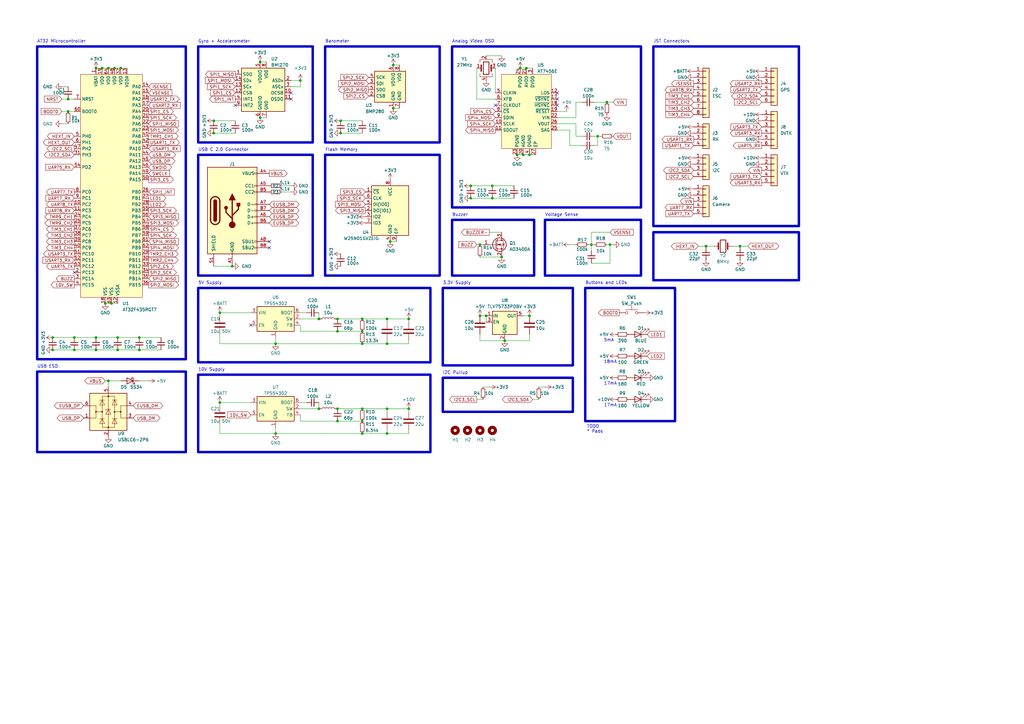
<source format=kicad_sch>
(kicad_sch (version 20230121) (generator eeschema)
  (paper "A3")
  (junction (at 45.72 124.46))
  (junction (at 130.81 167.64))
  (junction (at 48.26 138.43))
  (junction (at 90.17 165.1))
  (junction (at 242.57 100.33))
  (junction (at 39.37 143.51))
  (junction (at 27.94 45.72))
  (junction (at 30.48 138.43))
  (junction (at 43.18 124.46))
  (junction (at 148.59 140.97))
  (junction (at 148.59 130.81))
  (junction (at 161.29 44.45))
  (junction (at 44.45 27.94))
  (junction (at 158.75 130.81))
  (junction (at 201.93 81.28))
  (junction (at 113.03 177.8))
  (junction (at 161.29 26.67))
  (junction (at 87.63 49.53))
  (junction (at 44.45 156.21))
  (junction (at 138.43 135.89))
  (junction (at 167.64 130.81))
  (junction (at 90.17 128.27))
  (junction (at 303.53 100.965))
  (junction (at 158.75 167.64))
  (junction (at 138.43 130.81))
  (junction (at 21.59 143.51))
  (junction (at 250.19 100.33))
  (junction (at 39.37 138.43))
  (junction (at 196.85 100.33))
  (junction (at 217.17 63.5))
  (junction (at 46.99 27.94))
  (junction (at 289.56 100.965))
  (junction (at 215.9 27.94))
  (junction (at 148.59 172.72))
  (junction (at 48.26 143.51))
  (junction (at 193.04 81.28))
  (junction (at 106.68 48.26))
  (junction (at 30.48 143.51))
  (junction (at 217.17 129.54))
  (junction (at 27.94 40.64))
  (junction (at 123.19 33.02))
  (junction (at 213.36 27.94))
  (junction (at 248.92 41.91))
  (junction (at 148.59 177.8))
  (junction (at 158.75 177.8))
  (junction (at 138.43 172.72))
  (junction (at 139.7 54.61))
  (junction (at 193.04 76.2))
  (junction (at 245.11 55.88))
  (junction (at 106.68 25.4))
  (junction (at 148.59 167.64))
  (junction (at 214.63 63.5))
  (junction (at 167.64 167.64))
  (junction (at 160.02 99.06))
  (junction (at 196.85 129.54))
  (junction (at 39.37 27.94))
  (junction (at 139.7 49.53))
  (junction (at 212.09 63.5))
  (junction (at 57.15 143.51))
  (junction (at 199.39 129.54))
  (junction (at 57.15 138.43))
  (junction (at 148.59 135.89))
  (junction (at 207.01 139.7))
  (junction (at 201.93 76.2))
  (junction (at 87.63 54.61))
  (junction (at 113.03 140.97))
  (junction (at 49.53 27.94))
  (junction (at 21.59 138.43))
  (junction (at 95.25 109.22))
  (junction (at 158.75 140.97))
  (junction (at 41.91 27.94))
  (junction (at 205.74 105.41))
  (junction (at 130.81 130.81))
  (junction (at 138.43 167.64))
  (no_connect (at 110.49 101.6))
  (no_connect (at 110.49 99.06))
  (no_connect (at 30.48 111.76))
  (no_connect (at 96.52 43.18))
  (no_connect (at 102.87 133.35))
  (no_connect (at 119.38 40.64))
  (no_connect (at 228.6 40.64))
  (no_connect (at 228.6 38.1))
  (no_connect (at 228.6 43.18))
  (no_connect (at 203.2 43.18))
  (no_connect (at 119.38 38.1))
  (wire (pts (xy 123.19 167.64) (xy 130.81 167.64)))
  (wire (pts (xy 214.63 129.54) (xy 217.17 129.54)))
  (wire (pts (xy 196.85 139.7) (xy 196.85 137.16)))
  (wire (pts (xy 113.03 175.26) (xy 113.03 177.8)))
  (wire (pts (xy 27.94 45.72) (xy 30.48 45.72)))
  (wire (pts (xy 243.84 41.91) (xy 248.92 41.91)))
  (wire (pts (xy 215.9 27.94) (xy 218.44 27.94)))
  (wire (pts (xy 119.38 35.56) (xy 123.19 35.56)))
  (wire (pts (xy 106.68 25.4) (xy 109.22 25.4)))
  (wire (pts (xy 233.68 100.33) (xy 236.22 100.33)))
  (wire (pts (xy 158.75 130.81) (xy 167.64 130.81)))
  (wire (pts (xy 90.17 140.97) (xy 113.03 140.97)))
  (wire (pts (xy 233.68 59.69) (xy 238.76 59.69)))
  (wire (pts (xy 87.63 109.22) (xy 95.25 109.22)))
  (wire (pts (xy 242.57 95.25) (xy 250.19 95.25)))
  (wire (pts (xy 46.99 27.94) (xy 49.53 27.94)))
  (wire (pts (xy 212.09 63.5) (xy 214.63 63.5)))
  (wire (pts (xy 57.15 143.51) (xy 66.04 143.51)))
  (wire (pts (xy 243.84 55.88) (xy 245.11 55.88)))
  (wire (pts (xy 196.85 100.33) (xy 198.12 100.33)))
  (wire (pts (xy 87.63 54.61) (xy 96.52 54.61)))
  (wire (pts (xy 119.38 33.02) (xy 123.19 33.02)))
  (wire (pts (xy 245.11 59.69) (xy 243.84 59.69)))
  (wire (pts (xy 195.58 163.83) (xy 198.12 163.83)))
  (wire (pts (xy 228.6 45.72) (xy 232.41 45.72)))
  (wire (pts (xy 90.17 173.99) (xy 90.17 177.8)))
  (wire (pts (xy 106.68 48.26) (xy 109.22 48.26)))
  (wire (pts (xy 138.43 172.72) (xy 148.59 172.72)))
  (wire (pts (xy 148.59 130.81) (xy 158.75 130.81)))
  (wire (pts (xy 199.39 22.86) (xy 205.74 22.86)))
  (wire (pts (xy 242.57 100.33) (xy 242.57 95.25)))
  (wire (pts (xy 207.01 139.7) (xy 196.85 139.7)))
  (wire (pts (xy 57.15 156.21) (xy 60.96 156.21)))
  (wire (pts (xy 115.57 78.74) (xy 119.38 78.74)))
  (wire (pts (xy 233.68 53.34) (xy 233.68 59.69)))
  (wire (pts (xy 193.04 81.28) (xy 201.93 81.28)))
  (wire (pts (xy 43.18 156.21) (xy 44.45 156.21)))
  (wire (pts (xy 236.22 41.91) (xy 238.76 41.91)))
  (wire (pts (xy 45.72 124.46) (xy 48.26 124.46)))
  (wire (pts (xy 207.01 139.7) (xy 217.17 139.7)))
  (wire (pts (xy 90.17 165.1) (xy 90.17 166.37)))
  (wire (pts (xy 236.22 50.8) (xy 236.22 55.88)))
  (wire (pts (xy 130.81 128.27) (xy 130.81 130.81)))
  (wire (pts (xy 303.53 100.965) (xy 306.705 100.965)))
  (wire (pts (xy 21.59 138.43) (xy 30.48 138.43)))
  (wire (pts (xy 158.75 176.53) (xy 158.75 177.8)))
  (wire (pts (xy 87.63 49.53) (xy 96.52 49.53)))
  (wire (pts (xy 123.19 128.27) (xy 125.73 128.27)))
  (wire (pts (xy 220.98 158.75) (xy 223.52 158.75)))
  (wire (pts (xy 44.45 156.21) (xy 44.45 158.75)))
  (wire (pts (xy 49.53 27.94) (xy 52.07 27.94)))
  (wire (pts (xy 90.17 128.27) (xy 90.17 129.54)))
  (wire (pts (xy 113.03 140.97) (xy 148.59 140.97)))
  (wire (pts (xy 158.75 140.97) (xy 148.59 140.97)))
  (wire (pts (xy 25.4 50.8) (xy 27.94 50.8)))
  (wire (pts (xy 123.19 135.89) (xy 138.43 135.89)))
  (wire (pts (xy 203.2 27.94) (xy 203.2 38.1)))
  (wire (pts (xy 158.75 167.64) (xy 167.64 167.64)))
  (wire (pts (xy 248.92 100.33) (xy 250.19 100.33)))
  (wire (pts (xy 115.57 76.2) (xy 119.38 76.2)))
  (wire (pts (xy 160.02 99.06) (xy 162.56 99.06)))
  (wire (pts (xy 242.57 100.33) (xy 243.84 100.33)))
  (wire (pts (xy 57.15 138.43) (xy 66.04 138.43)))
  (wire (pts (xy 161.29 44.45) (xy 163.83 44.45)))
  (wire (pts (xy 123.19 35.56) (xy 123.19 33.02)))
  (wire (pts (xy 44.45 27.94) (xy 46.99 27.94)))
  (wire (pts (xy 43.18 124.46) (xy 45.72 124.46)))
  (wire (pts (xy 250.19 100.33) (xy 251.46 100.33)))
  (wire (pts (xy 213.36 27.94) (xy 215.9 27.94)))
  (wire (pts (xy 30.48 143.51) (xy 39.37 143.51)))
  (wire (pts (xy 201.93 76.2) (xy 210.82 76.2)))
  (wire (pts (xy 245.11 55.88) (xy 246.38 55.88)))
  (wire (pts (xy 228.6 48.26) (xy 236.22 48.26)))
  (wire (pts (xy 196.85 105.41) (xy 205.74 105.41)))
  (wire (pts (xy 158.75 140.97) (xy 167.64 140.97)))
  (wire (pts (xy 167.64 130.81) (xy 167.64 132.08)))
  (wire (pts (xy 48.26 138.43) (xy 57.15 138.43)))
  (wire (pts (xy 21.59 143.51) (xy 30.48 143.51)))
  (wire (pts (xy 300.355 100.965) (xy 303.53 100.965)))
  (wire (pts (xy 113.03 138.43) (xy 113.03 140.97)))
  (wire (pts (xy 48.26 143.51) (xy 57.15 143.51)))
  (wire (pts (xy 41.91 27.94) (xy 44.45 27.94)))
  (wire (pts (xy 39.37 27.94) (xy 41.91 27.94)))
  (wire (pts (xy 123.19 172.72) (xy 138.43 172.72)))
  (wire (pts (xy 161.29 26.67) (xy 163.83 26.67)))
  (wire (pts (xy 303.53 100.965) (xy 303.53 101.6)))
  (wire (pts (xy 158.75 139.7) (xy 158.75 140.97)))
  (wire (pts (xy 218.44 163.83) (xy 220.98 163.83)))
  (wire (pts (xy 158.75 167.64) (xy 158.75 168.91)))
  (wire (pts (xy 138.43 130.81) (xy 148.59 130.81)))
  (wire (pts (xy 25.4 45.72) (xy 27.94 45.72)))
  (wire (pts (xy 138.43 135.89) (xy 148.59 135.89)))
  (wire (pts (xy 90.17 137.16) (xy 90.17 140.97)))
  (wire (pts (xy 236.22 48.26) (xy 236.22 41.91)))
  (wire (pts (xy 167.64 177.8) (xy 167.64 176.53)))
  (wire (pts (xy 286.385 100.965) (xy 289.56 100.965)))
  (wire (pts (xy 195.58 27.94) (xy 195.58 40.64)))
  (wire (pts (xy 90.17 165.1) (xy 102.87 165.1)))
  (wire (pts (xy 228.6 50.8) (xy 236.22 50.8)))
  (wire (pts (xy 138.43 167.64) (xy 148.59 167.64)))
  (wire (pts (xy 113.03 177.8) (xy 148.59 177.8)))
  (wire (pts (xy 193.04 76.2) (xy 201.93 76.2)))
  (wire (pts (xy 214.63 63.5) (xy 217.17 63.5)))
  (wire (pts (xy 123.19 172.72) (xy 123.19 170.18)))
  (wire (pts (xy 123.19 165.1) (xy 125.73 165.1)))
  (wire (pts (xy 242.57 107.95) (xy 250.19 107.95)))
  (wire (pts (xy 199.39 129.54) (xy 199.39 132.08)))
  (wire (pts (xy 236.22 55.88) (xy 238.76 55.88)))
  (wire (pts (xy 25.4 40.64) (xy 27.94 40.64)))
  (wire (pts (xy 245.11 55.88) (xy 245.11 59.69)))
  (wire (pts (xy 196.85 129.54) (xy 199.39 129.54)))
  (wire (pts (xy 39.37 143.51) (xy 48.26 143.51)))
  (wire (pts (xy 30.48 138.43) (xy 39.37 138.43)))
  (wire (pts (xy 241.3 100.33) (xy 242.57 100.33)))
  (wire (pts (xy 200.66 95.25) (xy 205.74 95.25)))
  (wire (pts (xy 123.19 135.89) (xy 123.19 133.35)))
  (wire (pts (xy 158.75 177.8) (xy 167.64 177.8)))
  (wire (pts (xy 27.94 40.64) (xy 30.48 40.64)))
  (wire (pts (xy 39.37 138.43) (xy 48.26 138.43)))
  (wire (pts (xy 139.7 54.61) (xy 148.59 54.61)))
  (wire (pts (xy 123.19 130.81) (xy 130.81 130.81)))
  (wire (pts (xy 198.12 158.75) (xy 200.66 158.75)))
  (wire (pts (xy 195.58 100.33) (xy 196.85 100.33)))
  (wire (pts (xy 148.59 167.64) (xy 158.75 167.64)))
  (wire (pts (xy 167.64 140.97) (xy 167.64 139.7)))
  (wire (pts (xy 167.64 167.64) (xy 167.64 168.91)))
  (wire (pts (xy 289.56 100.965) (xy 292.735 100.965)))
  (wire (pts (xy 44.45 156.21) (xy 49.53 156.21)))
  (wire (pts (xy 158.75 177.8) (xy 148.59 177.8)))
  (wire (pts (xy 139.7 49.53) (xy 148.59 49.53)))
  (wire (pts (xy 228.6 53.34) (xy 233.68 53.34)))
  (wire (pts (xy 130.81 165.1) (xy 130.81 167.64)))
  (wire (pts (xy 289.56 100.965) (xy 289.56 101.6)))
  (wire (pts (xy 217.17 63.5) (xy 219.71 63.5)))
  (wire (pts (xy 242.57 100.33) (xy 242.57 102.87)))
  (wire (pts (xy 90.17 177.8) (xy 113.03 177.8)))
  (wire (pts (xy 203.2 40.64) (xy 195.58 40.64)))
  (wire (pts (xy 158.75 130.81) (xy 158.75 132.08)))
  (wire (pts (xy 248.92 41.91) (xy 251.46 41.91)))
  (wire (pts (xy 25.4 35.56) (xy 27.94 35.56)))
  (wire (pts (xy 250.19 107.95) (xy 250.19 100.33)))
  (wire (pts (xy 217.17 139.7) (xy 217.17 137.16)))
  (wire (pts (xy 90.17 128.27) (xy 102.87 128.27)))
  (wire (pts (xy 201.93 81.28) (xy 210.82 81.28)))
  (rectangle (start 81.28 63.5) (end 128.27 113.03) (stroke (width 1)))
  (rectangle (start 181.61 154.94) (end 234.95 168.91) (stroke (width 1)))
  (rectangle (start 181.61 118.11) (end 234.95 149.86) (stroke (width 1)))
  (rectangle (start 267.97 19.05) (end 327.66 92.71) (stroke (width 1)))
  (rectangle (start 133.35 19.05) (end 180.34 58.42) (stroke (width 1)))
  (rectangle (start 267.97 95.25) (end 327.66 114.935) (stroke (width 1)))
  (rectangle (start 240.03 118.11) (end 276.86 172.72) (stroke (width 1)))
  (rectangle (start 15.24 19.05) (end 76.2 147.32) (stroke (width 1)))
  (rectangle (start 185.42 19.05) (end 262.89 85.09) (stroke (width 1)))
  (rectangle (start 133.35 63.5) (end 180.34 113.03) (stroke (width 1)))
  (rectangle (start 185.42 90.17) (end 219.075 113.03) (stroke (width 1)))
  (rectangle (start 81.28 118.11) (end 176.53 148.59) (stroke (width 1)))
  (rectangle (start 15.24 152.4) (end 76.2 185.42) (stroke (width 1)))
  (rectangle (start 223.52 90.17) (end 262.89 113.03) (stroke (width 1)))
  (rectangle (start 81.28 153.67) (end 176.53 185.42) (stroke (width 1)))
  (rectangle (start 81.28 19.05) (end 128.27 58.42) (stroke (width 1)))
  (text "Voltage Sense" (at 223.52 88.9 0) (effects (font (size 1.27 1.27)) (justify left bottom)))
  (text "17mA" (at 247.65 158.115 0) (effects (font (size 1.27 1.27)) (justify left bottom)))
  (text "JST Connectors" (at 267.97 17.78 0) (effects (font (size 1.27 1.27)) (justify left bottom)))
  (text "Buzzer" (at 185.42 88.9 0) (effects (font (size 1.27 1.27)) (justify left bottom)))
  (text "Gyro + Accelerometer" (at 81.28 17.78 0) (effects (font (size 1.27 1.27)) (justify left bottom)))
  (text "17mA" (at 247.65 167.005 0) (effects (font (size 1.27 1.27)) (justify left bottom)))
  (text "I2C Pullup" (at 181.61 153.67 0) (effects (font (size 1.27 1.27)) (justify left bottom)))
  (text "10V Supply" (at 81.28 152.4 0) (effects (font (size 1.27 1.27)) (justify left bottom)))
  (text "5V Supply" (at 81.28 116.84 0) (effects (font (size 1.27 1.27)) (justify left bottom)))
  (text "18mA" (at 247.65 149.225 0) (effects (font (size 1.27 1.27)) (justify left bottom)))
  (text "Analog Video OSD" (at 185.42 17.78 0) (effects (font (size 1.27 1.27)) (justify left bottom)))
  (text "AT32 Microcontroller" (at 15.24 17.78 0) (effects (font (size 1.27 1.27)) (justify left bottom)))
  (text "Barometer" (at 133.35 17.78 0) (effects (font (size 1.27 1.27)) (justify left bottom)))
  (text "3.3V Supply" (at 181.61 116.84 0) (effects (font (size 1.27 1.27)) (justify left bottom)))
  (text "5mA" (at 247.65 140.335 0) (effects (font (size 1.27 1.27)) (justify left bottom)))
  (text "USB ESD" (at 15.24 151.13 0) (effects (font (size 1.27 1.27)) (justify left bottom)))
  (text "Flash Memory" (at 133.35 62.23 0) (effects (font (size 1.27 1.27)) (justify left bottom)))
  (text "TODO\n* Pads" (at 240.665 177.8 0) (effects (font (size 1.27 1.27)) (justify left bottom)))
  (text "USB C 2.0 Connector" (at 81.28 62.23 0) (effects (font (size 1.27 1.27)) (justify left bottom)))
  (text "Buttons and LEDs" (at 240.03 116.84 0) (effects (font (size 1.27 1.27)) (justify left bottom)))
  (global_label "SPI1_CS" (shape input) (at 96.52 38.1 180) (property "Intersheetrefs" "${INTERSHEET_REFS}" (effects hide)))
  (global_label "SPI4_SCK" (shape input) (at 203.2 50.8 180) (property "Intersheetrefs" "${INTERSHEET_REFS}" (effects hide)))
  (global_label "SPI1_SCK" (shape output) (at 60.96 48.26 0) (property "Intersheetrefs" "${INTERSHEET_REFS}" (effects hide)))
  (global_label "SPI1_CS" (shape output) (at 60.96 45.72 0) (property "Intersheetrefs" "${INTERSHEET_REFS}" (effects hide)))
  (global_label "BOOT0" (shape output) (at 254 128.27 180) (property "Intersheetrefs" "${INTERSHEET_REFS}" (effects hide)))
  (global_label "UART7_TX" (shape input) (at 284.48 87.63 180) (property "Intersheetrefs" "${INTERSHEET_REFS}" (effects hide)))
  (global_label "SPI4_CS" (shape input) (at 203.2 45.72 180) (property "Intersheetrefs" "${INTERSHEET_REFS}" (effects hide)))
  (global_label "VIN" (shape output) (at 284.48 82.55 180) (property "Intersheetrefs" "${INTERSHEET_REFS}" (effects hide)))
  (global_label "SPI1_INT" (shape input) (at 60.96 78.74 0) (property "Intersheetrefs" "${INTERSHEET_REFS}" (effects hide)))
  (global_label "USART1_TX" (shape output) (at 60.96 58.42 0) (property "Intersheetrefs" "${INTERSHEET_REFS}" (effects hide)))
  (global_label "SPI4_MISO" (shape input) (at 60.96 99.06 0) (property "Intersheetrefs" "${INTERSHEET_REFS}" (effects hide)))
  (global_label "TIM3_CH2" (shape input) (at 284.48 41.91 180) (property "Intersheetrefs" "${INTERSHEET_REFS}" (effects hide)))
  (global_label "UART7_TX" (shape output) (at 30.48 78.74 180) (property "Intersheetrefs" "${INTERSHEET_REFS}" (effects hide)))
  (global_label "UART7_RX" (shape output) (at 284.48 85.09 180) (property "Intersheetrefs" "${INTERSHEET_REFS}" (effects hide)))
  (global_label "USART3_RX" (shape input) (at 30.48 106.68 180) (property "Intersheetrefs" "${INTERSHEET_REFS}" (effects hide)))
  (global_label "TMR9_CH1" (shape output) (at 30.48 88.9 180) (property "Intersheetrefs" "${INTERSHEET_REFS}" (effects hide)))
  (global_label "SPI1_INT" (shape output) (at 96.52 40.64 180) (property "Intersheetrefs" "${INTERSHEET_REFS}" (effects hide)))
  (global_label "SPI2_MOSI" (shape output) (at 60.96 116.84 0) (property "Intersheetrefs" "${INTERSHEET_REFS}" (effects hide)))
  (global_label "TIM3_CH3" (shape output) (at 30.48 99.06 180) (property "Intersheetrefs" "${INTERSHEET_REFS}" (effects hide)))
  (global_label "SPI3_MISO" (shape output) (at 149.86 86.36 180) (property "Intersheetrefs" "${INTERSHEET_REFS}" (effects hide)))
  (global_label "I2C2_SCL" (shape input) (at 284.48 72.39 180) (property "Intersheetrefs" "${INTERSHEET_REFS}" (effects hide)))
  (global_label "SPI4_MISO" (shape output) (at 203.2 53.34 180) (property "Intersheetrefs" "${INTERSHEET_REFS}" (effects hide)))
  (global_label "USART2_TX" (shape input) (at 312.42 36.83 180) (property "Intersheetrefs" "${INTERSHEET_REFS}" (effects hide)))
  (global_label "SPI1_SCK" (shape input) (at 96.52 35.56 180) (property "Intersheetrefs" "${INTERSHEET_REFS}" (effects hide)))
  (global_label "UART5_RX" (shape output) (at 312.42 59.69 180) (property "Intersheetrefs" "${INTERSHEET_REFS}" (effects hide)))
  (global_label "TMR2_CH4" (shape output) (at 60.96 106.68 0) (property "Intersheetrefs" "${INTERSHEET_REFS}" (effects hide)))
  (global_label "SPI2_CS" (shape input) (at 151.13 39.37 180) (property "Intersheetrefs" "${INTERSHEET_REFS}" (effects hide)))
  (global_label "USB_DM" (shape bidirectional) (at 54.61 171.45 0) (property "Intersheetrefs" "${INTERSHEET_REFS}" (effects hide)))
  (global_label "SPI2_SCK" (shape input) (at 151.13 31.75 180) (property "Intersheetrefs" "${INTERSHEET_REFS}" (effects hide)))
  (global_label "HEXT_OUT" (shape bidirectional) (at 306.705 100.965 0) (property "Intersheetrefs" "${INTERSHEET_REFS}" (effects hide)))
  (global_label "LED2" (shape output) (at 60.96 83.82 0) (property "Intersheetrefs" "${INTERSHEET_REFS}" (effects hide)))
  (global_label "SPI1_MOSI" (shape output) (at 60.96 53.34 0) (property "Intersheetrefs" "${INTERSHEET_REFS}" (effects hide)))
  (global_label "SWDIO" (shape bidirectional) (at 60.96 68.58 0) (property "Intersheetrefs" "${INTERSHEET_REFS}" (effects hide)))
  (global_label "BUZZER-" (shape output) (at 200.66 95.25 180) (property "Intersheetrefs" "${INTERSHEET_REFS}" (effects hide)))
  (global_label "SWCLK" (shape input) (at 60.96 71.12 0) (property "Intersheetrefs" "${INTERSHEET_REFS}" (effects hide)))
  (global_label "SPI3_CS" (shape input) (at 149.86 78.74 180) (property "Intersheetrefs" "${INTERSHEET_REFS}" (effects hide)))
  (global_label "USART3_RX" (shape output) (at 312.42 54.61 180) (property "Intersheetrefs" "${INTERSHEET_REFS}" (effects hide)))
  (global_label "I2C2_SCL" (shape output) (at 30.48 60.96 180) (property "Intersheetrefs" "${INTERSHEET_REFS}" (effects hide)))
  (global_label "SPI3_MOSI" (shape output) (at 60.96 91.44 0) (property "Intersheetrefs" "${INTERSHEET_REFS}" (effects hide)))
  (global_label "SPI3_SCK" (shape output) (at 60.96 86.36 0) (property "Intersheetrefs" "${INTERSHEET_REFS}" (effects hide)))
  (global_label "HEXT_OUT" (shape bidirectional) (at 30.48 58.42 180) (property "Intersheetrefs" "${INTERSHEET_REFS}" (effects hide)))
  (global_label "VOUT" (shape input) (at 251.46 55.88 0) (property "Intersheetrefs" "${INTERSHEET_REFS}" (effects hide)))
  (global_label "HEXT_IN" (shape bidirectional) (at 286.385 100.965 180) (property "Intersheetrefs" "${INTERSHEET_REFS}" (effects hide)))
  (global_label "USART3_TX" (shape input) (at 312.42 52.07 180) (property "Intersheetrefs" "${INTERSHEET_REFS}" (effects hide)))
  (global_label "SPI4_MOSI" (shape output) (at 60.96 101.6 0) (property "Intersheetrefs" "${INTERSHEET_REFS}" (effects hide)))
  (global_label "VSENSE" (shape input) (at 250.19 95.25 0) (property "Intersheetrefs" "${INTERSHEET_REFS}" (effects hide)))
  (global_label "SPI2_SCK" (shape output) (at 60.96 111.76 0) (property "Intersheetrefs" "${INTERSHEET_REFS}" (effects hide)))
  (global_label "10V_SW" (shape input) (at 102.87 170.18 180) (property "Intersheetrefs" "${INTERSHEET_REFS}" (effects hide)))
  (global_label "TIM3_CH3" (shape input) (at 284.48 44.45 180) (property "Intersheetrefs" "${INTERSHEET_REFS}" (effects hide)))
  (global_label "LED2" (shape input) (at 265.43 146.05 0) (property "Intersheetrefs" "${INTERSHEET_REFS}" (effects hide)))
  (global_label "10V_SW" (shape output) (at 30.48 116.84 180) (property "Intersheetrefs" "${INTERSHEET_REFS}" (effects hide)))
  (global_label "USART1_RX" (shape input) (at 60.96 60.96 0) (property "Intersheetrefs" "${INTERSHEET_REFS}" (effects hide)))
  (global_label "USB_DM" (shape bidirectional) (at 60.96 63.5 0) (property "Intersheetrefs" "${INTERSHEET_REFS}" (effects hide)))
  (global_label "BUZZ" (shape input) (at 195.58 100.33 180) (property "Intersheetrefs" "${INTERSHEET_REFS}" (effects hide)))
  (global_label "SPI1_MISO" (shape output) (at 96.52 30.48 180) (property "Intersheetrefs" "${INTERSHEET_REFS}" (effects hide)))
  (global_label "USART1_RX" (shape output) (at 284.48 57.15 180) (property "Intersheetrefs" "${INTERSHEET_REFS}" (effects hide)))
  (global_label "TIM3_CH4" (shape output) (at 30.48 101.6 180) (property "Intersheetrefs" "${INTERSHEET_REFS}" (effects hide)))
  (global_label "USART2_TX" (shape output) (at 60.96 40.64 0) (property "Intersheetrefs" "${INTERSHEET_REFS}" (effects hide)))
  (global_label "SPI2_MOSI" (shape input) (at 151.13 34.29 180) (property "Intersheetrefs" "${INTERSHEET_REFS}" (effects hide)))
  (global_label "SPI3_MISO" (shape input) (at 60.96 88.9 0) (property "Intersheetrefs" "${INTERSHEET_REFS}" (effects hide)))
  (global_label "UART8_RX" (shape input) (at 30.48 86.36 180) (property "Intersheetrefs" "${INTERSHEET_REFS}" (effects hide)))
  (global_label "UART5_TX" (shape output) (at 30.48 109.22 180) (property "Intersheetrefs" "${INTERSHEET_REFS}" (effects hide)))
  (global_label "USART3_RX" (shape output) (at 312.42 74.93 180) (property "Intersheetrefs" "${INTERSHEET_REFS}" (effects hide)))
  (global_label "I2C3_SCL" (shape output) (at 195.58 163.83 180) (property "Intersheetrefs" "${INTERSHEET_REFS}" (effects hide)))
  (global_label "SPI2_MISO" (shape input) (at 60.96 114.3 0) (property "Intersheetrefs" "${INTERSHEET_REFS}" (effects hide)))
  (global_label "EUSB_DM" (shape bidirectional) (at 110.49 86.36 0) (property "Intersheetrefs" "${INTERSHEET_REFS}" (effects hide)))
  (global_label "USB_DP" (shape bidirectional) (at 34.29 171.45 180) (property "Intersheetrefs" "${INTERSHEET_REFS}" (effects hide)))
  (global_label "UART8_TX" (shape output) (at 30.48 83.82 180) (property "Intersheetrefs" "${INTERSHEET_REFS}" (effects hide)))
  (global_label "SPI3_CS" (shape output) (at 60.96 73.66 0) (property "Intersheetrefs" "${INTERSHEET_REFS}" (effects hide)))
  (global_label "TMR9_CH2" (shape output) (at 30.48 91.44 180) (property "Intersheetrefs" "${INTERSHEET_REFS}" (effects hide)))
  (global_label "VIN" (shape input) (at 251.46 41.91 0) (property "Intersheetrefs" "${INTERSHEET_REFS}" (effects hide)))
  (global_label "USART2_RX" (shape input) (at 60.96 43.18 0) (property "Intersheetrefs" "${INTERSHEET_REFS}" (effects hide)))
  (global_label "EUSB_DP" (shape bidirectional) (at 34.29 166.37 180) (property "Intersheetrefs" "${INTERSHEET_REFS}" (effects hide)))
  (global_label "EUSB_DM" (shape bidirectional) (at 54.61 166.37 0) (property "Intersheetrefs" "${INTERSHEET_REFS}" (effects hide)))
  (global_label "SPI2_CS" (shape output) (at 60.96 109.22 0) (property "Intersheetrefs" "${INTERSHEET_REFS}" (effects hide)))
  (global_label "USART3_TX" (shape input) (at 312.42 72.39 180) (property "Intersheetrefs" "${INTERSHEET_REFS}" (effects hide)))
  (global_label "BOOT0" (shape input) (at 25.4 45.72 180) (property "Intersheetrefs" "${INTERSHEET_REFS}" (effects hide)))
  (global_label "ISENSE" (shape input) (at 60.96 35.56 0) (property "Intersheetrefs" "${INTERSHEET_REFS}" (effects hide)))
  (global_label "VBUS" (shape output) (at 110.49 71.12 0) (property "Intersheetrefs" "${INTERSHEET_REFS}" (effects hide)))
  (global_label "SPI2_MISO" (shape output) (at 151.13 36.83 180) (property "Intersheetrefs" "${INTERSHEET_REFS}" (effects hide)))
  (global_label "SPI3_MOSI" (shape input) (at 149.86 83.82 180) (property "Intersheetrefs" "${INTERSHEET_REFS}" (effects hide)))
  (global_label "I2C2_SCL" (shape input) (at 312.42 41.91 180) (property "Intersheetrefs" "${INTERSHEET_REFS}" (effects hide)))
  (global_label "UART7_RX" (shape input) (at 30.48 81.28 180) (property "Intersheetrefs" "${INTERSHEET_REFS}" (effects hide)))
  (global_label "USB_DP" (shape bidirectional) (at 60.96 66.04 0) (property "Intersheetrefs" "${INTERSHEET_REFS}" (effects hide)))
  (global_label "USART1_TX" (shape input) (at 284.48 59.69 180) (property "Intersheetrefs" "${INTERSHEET_REFS}" (effects hide)))
  (global_label "TMR2_CH3" (shape output) (at 60.96 104.14 0) (property "Intersheetrefs" "${INTERSHEET_REFS}" (effects hide)))
  (global_label "USART2_RX" (shape output) (at 312.42 34.29 180) (property "Intersheetrefs" "${INTERSHEET_REFS}" (effects hide)))
  (global_label "I2C2_SDA" (shape bidirectional) (at 312.42 39.37 180) (property "Intersheetrefs" "${INTERSHEET_REFS}" (effects hide)))
  (global_label "SPI4_CS" (shape output) (at 60.96 93.98 0) (property "Intersheetrefs" "${INTERSHEET_REFS}" (effects hide)))
  (global_label "SPI4_MOSI" (shape input) (at 203.2 48.26 180) (property "Intersheetrefs" "${INTERSHEET_REFS}" (effects hide)))
  (global_label "TIM3_CH1" (shape input) (at 284.48 39.37 180) (property "Intersheetrefs" "${INTERSHEET_REFS}" (effects hide)))
  (global_label "I2C2_SDA" (shape bidirectional) (at 284.48 69.85 180) (property "Intersheetrefs" "${INTERSHEET_REFS}" (effects hide)))
  (global_label "ISENSE" (shape output) (at 284.48 34.29 180) (property "Intersheetrefs" "${INTERSHEET_REFS}" (effects hide)))
  (global_label "TIM3_CH4" (shape input) (at 284.48 46.99 180) (property "Intersheetrefs" "${INTERSHEET_REFS}" (effects hide)))
  (global_label "SPI1_MISO" (shape input) (at 60.96 50.8 0) (property "Intersheetrefs" "${INTERSHEET_REFS}" (effects hide)))
  (global_label "LED1" (shape input) (at 265.43 137.16 0) (property "Intersheetrefs" "${INTERSHEET_REFS}" (effects hide)))
  (global_label "SPI4_SCK" (shape output) (at 60.96 96.52 0) (property "Intersheetrefs" "${INTERSHEET_REFS}" (effects hide)))
  (global_label "LED1" (shape output) (at 60.96 81.28 0) (property "Intersheetrefs" "${INTERSHEET_REFS}" (effects hide)))
  (global_label "EUSB_DM" (shape bidirectional) (at 110.49 83.82 0) (property "Intersheetrefs" "${INTERSHEET_REFS}" (effects hide)))
  (global_label "USART3_TX" (shape output) (at 30.48 104.14 180) (property "Intersheetrefs" "${INTERSHEET_REFS}" (effects hide)))
  (global_label "TIM3_CH2" (shape output) (at 30.48 96.52 180) (property "Intersheetrefs" "${INTERSHEET_REFS}" (effects hide)))
  (global_label "VSENSE" (shape input) (at 60.96 38.1 0) (property "Intersheetrefs" "${INTERSHEET_REFS}" (effects hide)))
  (global_label "TMR1_CH1" (shape output) (at 60.96 55.88 0) (property "Intersheetrefs" "${INTERSHEET_REFS}" (effects hide)))
  (global_label "BUZZ" (shape output) (at 30.48 114.3 180) (property "Intersheetrefs" "${INTERSHEET_REFS}" (effects hide)))
  (global_label "SPI1_MOSI" (shape input) (at 96.52 33.02 180) (property "Intersheetrefs" "${INTERSHEET_REFS}" (effects hide)))
  (global_label "UART5_RX" (shape input) (at 30.48 68.58 180) (property "Intersheetrefs" "${INTERSHEET_REFS}" (effects hide)))
  (global_label "SPI3_SCK" (shape input) (at 149.86 81.28 180) (property "Intersheetrefs" "${INTERSHEET_REFS}" (effects hide)))
  (global_label "EUSB_DP" (shape bidirectional) (at 110.49 88.9 0) (property "Intersheetrefs" "${INTERSHEET_REFS}" (effects hide)))
  (global_label "VBUS" (shape bidirectional) (at 43.18 156.21 180) (property "Intersheetrefs" "${INTERSHEET_REFS}" (effects hide)))
  (global_label "VIN" (shape output) (at 312.42 69.85 180) (property "Intersheetrefs" "${INTERSHEET_REFS}" (effects hide)))
  (global_label "EUSB_DP" (shape bidirectional) (at 110.49 91.44 0) (property "Intersheetrefs" "${INTERSHEET_REFS}" (effects hide)))
  (global_label "NRST" (shape input) (at 25.4 40.64 180) (property "Intersheetrefs" "${INTERSHEET_REFS}" (effects hide)))
  (global_label "HEXT_IN" (shape bidirectional) (at 30.48 55.88 180) (property "Intersheetrefs" "${INTERSHEET_REFS}" (effects hide)))
  (global_label "TIM3_CH1" (shape output) (at 30.48 93.98 180) (property "Intersheetrefs" "${INTERSHEET_REFS}" (effects hide)))
  (global_label "I2C3_SDA" (shape bidirectional) (at 218.44 163.83 180) (property "Intersheetrefs" "${INTERSHEET_REFS}" (effects hide)))
  (global_label "UART8_RX" (shape output) (at 284.48 36.83 180) (property "Intersheetrefs" "${INTERSHEET_REFS}" (effects hide)))
  (global_label "I2C2_SDA" (shape bidirectional) (at 30.48 63.5 180) (property "Intersheetrefs" "${INTERSHEET_REFS}" (effects hide)))
  (symbol (lib_id "power:GND") (at 139.7 109.22 270) (unit 1)
    (property "Reference" "#PWR041" (effects hide))
    (property "Value" "GND" (at 135.89 109.22 0))
  )
  (symbol (lib_id "Device:C_Small") (at 201.93 78.74 0) (unit 1)
    (property "Reference" "C14" (at 204.47 78.1113 0) (effects (justify left)))
    (property "Value" "100n" (at 204.47 80.01 0) (effects (justify left)))
    (property "Footprint" "Capacitor_SMD:C_0402_1005Metric" (effects hide))
    (property "LCSC" "C1525" (effects hide))
  )
  (symbol (lib_id "Regulator_Linear:TLV75733PDBV") (at 207.01 132.08 0) (unit 1)
    (property "Reference" "U8" (at 207.01 123.19 0))
    (property "Value" "TLV75733PDBV" (at 207.01 125.73 0))
    (property "Footprint" "Package_TO_SOT_SMD:SOT-23-5" (effects hide))
    (property "Datasheet" "https://www.ti.com/lit/ds/symlink/tlv757p.pdf" (effects hide))
    (property "LCSC" "C485517" (effects hide))
  )
  (symbol (lib_id "power:+5V") (at 284.48 52.07 90) (unit 1)
    (property "Reference" "#PWR058" (effects hide))
    (property "Value" "+5V" (at 281.94 52.07 90) (effects (justify left)))
  )
  (symbol (lib_id "power:+5V") (at 167.64 130.81 0) (unit 1)
    (property "Reference" "#PWR027" (effects hide))
    (property "Value" "+5V" (at 167.64 127 0))
  )
  (symbol (lib_id "power:+3V3") (at 264.16 128.27 270) (unit 1)
    (property "Reference" "#PWR09" (effects hide))
    (property "Value" "+3V3" (at 266.7 128.27 90) (effects (justify left)))
  )
  (symbol (lib_id "power:GND") (at 87.63 54.61 270) (unit 1)
    (property "Reference" "#PWR037" (effects hide))
    (property "Value" "GND" (at 83.82 54.61 0))
  )
  (symbol (lib_id "Device:LED") (at 261.62 146.05 180) (unit 1)
    (property "Reference" "D2" (at 262.89 143.51 0))
    (property "Value" "GREEN" (at 262.89 148.59 0))
    (property "Footprint" "LED_SMD:LED_0603_1608Metric" (effects hide))
    (property "LCSC" "C72043" (effects hide))
  )
  (symbol (lib_id "power:+10V") (at 312.42 64.77 90) (unit 1)
    (property "Reference" "#PWR066" (effects hide))
    (property "Value" "+10V" (at 309.88 64.77 90) (effects (justify left)))
  )
  (symbol (lib_id "Device:R_Small") (at 248.92 55.88 90) (unit 1)
    (property "Reference" "R16" (at 251.46 58.42 90) (effects (justify left)))
    (property "Value" "75" (at 250.19 60.96 90) (effects (justify left)))
    (property "Footprint" "Resistor_SMD:R_0402_1005Metric" (effects hide))
    (property "LCSC" "C25133" (effects hide))
  )
  (symbol (lib_id "Power_Protection:USBLC6-2P6") (at 44.45 168.91 0) (unit 1)
    (property "Reference" "U9" (at 48.26 177.8 0) (effects (justify left)))
    (property "Value" "USBLC6-2P6" (at 48.26 180.34 0) (effects (justify left)))
    (property "Footprint" "Package_TO_SOT_SMD:SOT-666" (effects hide))
    (property "Datasheet" "https://www.st.com/resource/en/datasheet/usblc6-2.pdf" (effects hide))
    (property "LCSC" "C2827693" (effects hide))
  )
  (symbol (lib_id "power:+BATT") (at 284.48 29.21 90) (unit 1)
    (property "Reference" "#PWR056" (effects hide))
    (property "Value" "+BATT" (at 281.94 29.21 90) (effects (justify left)))
  )
  (symbol (lib_id "Switch:SW_Push") (at 259.08 128.27 0) (unit 1)
    (property "Reference" "SW1" (at 259.08 121.92 0))
    (property "Value" "SW_Push" (at 259.08 124.46 0))
    (property "Footprint" "Button_Switch_SMD:SW_SPST_B3U-1000P" (effects hide))
    (property "LCSC" "C231329" (effects hide))
  )
  (symbol (lib_id "Device:C_Small") (at 30.48 140.97 0) (unit 1)
    (property "Reference" "C5" (at 33.02 140.3413 0) (effects (justify left)))
    (property "Value" "100n" (at 33.02 142.24 0) (effects (justify left)))
    (property "Footprint" "Capacitor_SMD:C_0402_1005Metric" (effects hide))
    (property "LCSC" "C1525" (effects hide))
  )
  (symbol (lib_id "power:+5V") (at 196.85 129.54 0) (unit 1)
    (property "Reference" "#PWR016" (effects hide))
    (property "Value" "+5V" (at 196.85 125.73 0))
  )
  (symbol (lib_id "Device:C_Small") (at 241.3 55.88 90) (unit 1)
    (property "Reference" "C29" (at 241.3 50.8 90))
    (property "Value" "10u" (at 241.3 53.34 90))
    (property "Footprint" "Capacitor_SMD:C_0603_1608Metric" (effects hide))
    (property "LCSC" "C19702" (effects hide))
  )
  (symbol (lib_id "Connector_Generic:Conn_01x05") (at 289.56 82.55 0) (unit 1)
    (property "Reference" "J6" (at 292.1 81.28 0) (effects (justify left)))
    (property "Value" "Camera" (at 292.1 83.82 0) (effects (justify left)))
    (property "Footprint" "Connector_JST:JST_SH_SM05B-SRSS-TB_1x05-1MP_P1.00mm_Horizontal" (effects hide))
  )
  (symbol (lib_id "power:+5V") (at 284.48 64.77 90) (unit 1)
    (property "Reference" "#PWR062" (effects hide))
    (property "Value" "+5V" (at 281.94 64.77 90) (effects (justify left)))
  )
  (symbol (lib_id "power:+3V3") (at 123.19 33.02 0) (unit 1)
    (property "Reference" "#PWR019" (effects hide))
    (property "Value" "+3V3" (at 123.19 27.94 0))
  )
  (symbol (lib_id "power:+3V3") (at 160.02 73.66 0) (unit 1)
    (property "Reference" "#PWR012" (effects hide))
    (property "Value" "+3V3" (at 160.02 69.85 0))
  )
  (symbol (lib_id "power:+5V") (at 60.96 156.21 270) (unit 1)
    (property "Reference" "#PWR047" (effects hide))
    (property "Value" "+5V" (at 66.04 156.21 90))
  )
  (symbol (lib_id "Sensor_Pressure:BMP280") (at 161.29 36.83 0) (unit 1)
    (property "Reference" "U3" (at 149.86 43.18 0) (effects (justify left)))
    (property "Value" "BMP280" (at 149.86 45.72 0) (effects (justify left)))
    (property "Footprint" "Package_LGA:Bosch_LGA-8_2x2.5mm_P0.65mm_ClockwisePinNumbering" (effects hide))
    (property "Datasheet" "https://ae-bst.resource.bosch.com/media/_tech/media/datasheets/BST-BMP280-DS001.pdf" (effects hide))
    (property "LCSC" "C83291" (effects hide))
  )
  (symbol (lib_id "Device:C_Small") (at 96.52 52.07 0) (unit 1)
    (property "Reference" "C3" (at 99.06 51.4413 0) (effects (justify left)))
    (property "Value" "100n" (at 99.06 53.34 0) (effects (justify left)))
    (property "Footprint" "Capacitor_SMD:C_0402_1005Metric" (effects hide))
    (property "LCSC" "C1525" (effects hide))
  )
  (symbol (lib_id "Device:LED") (at 261.62 154.94 180) (unit 1)
    (property "Reference" "D3" (at 262.89 152.4 0))
    (property "Value" "RED" (at 262.89 157.48 0))
    (property "Footprint" "LED_SMD:LED_0603_1608Metric" (effects hide))
    (property "LCSC" "C181863" (effects hide))
  )
  (symbol (lib_id "power:GND") (at 205.74 22.86 0) (unit 1)
    (property "Reference" "#PWR055" (effects hide))
    (property "Value" "GND" (at 205.74 26.67 0))
  )
  (symbol (lib_id "Device:C") (at 90.17 170.18 0) (unit 1)
    (property "Reference" "C21" (at 86.36 167.64 0) (effects (justify left)))
    (property "Value" "10u 50V" (at 86.36 172.72 0) (effects (justify left)))
    (property "Footprint" "Capacitor_SMD:C_1206_3216Metric" (effects hide))
    (property "LCSC" "C13585" (effects hide))
  )
  (symbol (lib_id "Device:L") (at 134.62 130.81 90) (unit 1)
    (property "Reference" "L1" (at 134.62 125.73 90))
    (property "Value" "10u" (at 134.62 128.27 90))
    (property "Footprint" "Inductor_SMD:L_Sunlord_MWSA0503S" (effects hide))
    (property "LCSC" "C408412" (effects hide))
  )
  (symbol (lib_id "Device:R_Small") (at 196.85 102.87 0) (unit 1)
    (property "Reference" "R14" (at 198.12 101.6 0) (effects (justify left)))
    (property "Value" "10k" (at 198.12 104.14 0) (effects (justify left)))
    (property "Footprint" "Resistor_SMD:R_0402_1005Metric" (effects hide))
    (property "LCSC" "C25744" (effects hide))
  )
  (symbol (lib_id "Device:C_Small") (at 210.82 78.74 0) (unit 1)
    (property "Reference" "C15" (at 213.36 78.1113 0) (effects (justify left)))
    (property "Value" "100n" (at 213.36 80.01 0) (effects (justify left)))
    (property "Footprint" "Capacitor_SMD:C_0402_1005Metric" (effects hide))
    (property "LCSC" "C1525" (effects hide))
  )
  (symbol (lib_id "power:GND") (at 284.48 67.31 270) (unit 1)
    (property "Reference" "#PWR063" (effects hide))
    (property "Value" "GND" (at 281.94 67.31 90) (effects (justify right)))
  )
  (symbol (lib_id "power:GND") (at 284.48 54.61 270) (unit 1)
    (property "Reference" "#PWR059" (effects hide))
    (property "Value" "GND" (at 281.94 54.61 90) (effects (justify right)))
  )
  (symbol (lib_id "Device:Crystal") (at 296.545 100.965 0) (unit 1)
    (property "Reference" "Y2" (at 296.545 104.775 0))
    (property "Value" "8MHz" (at 296.545 107.315 0))
    (property "Footprint" "Crystal:Crystal_SMD_5032-2Pin_5.0x3.2mm" (effects hide))
    (property "LCSC" "C115962" (effects hide))
  )
  (symbol (lib_id "Device:C_Small") (at 289.56 104.14 0) (unit 1)
    (property "Reference" "C32" (at 282.575 104.14 0) (effects (justify left)))
    (property "Value" "22pf" (at 282.575 106.045 0) (effects (justify left)))
    (property "Footprint" "Capacitor_SMD:C_0402_1005Metric" (effects hide))
    (property "LCSC" "C1555" (effects hide))
  )
  (symbol (lib_id "power:+3V3") (at 106.68 25.4 0) (unit 1)
    (property "Reference" "#PWR07" (effects hide))
    (property "Value" "+3V3" (at 106.68 21.59 0))
  )
  (symbol (lib_id "Device:R_Small") (at 220.98 161.29 180) (unit 1)
    (property "Reference" "R5" (at 218.44 161.29 0))
    (property "Value" "10k" (at 223.52 161.29 0))
    (property "Footprint" "Resistor_SMD:R_0402_1005Metric" (effects hide))
    (property "LCSC" "C25744" (effects hide))
  )
  (symbol (lib_id "Device:C_Small") (at 242.57 105.41 180) (unit 1)
    (property "Reference" "C31" (at 240.03 106.0387 0) (effects (justify left)))
    (property "Value" "100n" (at 238.76 107.95 0))
    (property "Footprint" "Capacitor_SMD:C_0402_1005Metric" (effects hide))
    (property "LCSC" "C1525" (effects hide))
  )
  (symbol (lib_id "power:+3V3") (at 149.86 91.44 90) (unit 1)
    (property "Reference" "#PWR053" (effects hide))
    (property "Value" "+3V3" (at 147.32 91.44 90) (effects (justify left)))
  )
  (symbol (lib_id "power:GND") (at 303.53 106.68 0) (unit 1)
    (property "Reference" "#PWR072" (effects hide))
    (property "Value" "GND" (at 303.53 110.49 0))
  )
  (symbol (lib_id "power:GND") (at 139.7 54.61 270) (unit 1)
    (property "Reference" "#PWR039" (effects hide))
    (property "Value" "GND" (at 135.89 54.61 0))
  )
  (symbol (lib_id "Device:R_Small") (at 255.27 154.94 90) (unit 1)
    (property "Reference" "R8" (at 255.27 152.4 90))
    (property "Value" "180" (at 255.27 157.48 90))
    (property "Footprint" "Resistor_SMD:R_0603_1608Metric" (effects hide))
    (property "LCSC" "C22828" (effects hide))
  )
  (symbol (lib_id "Device:R_Small") (at 246.38 100.33 90) (unit 1)
    (property "Reference" "R18" (at 246.38 97.79 90))
    (property "Value" "10k" (at 246.38 102.87 90))
    (property "Footprint" "Resistor_SMD:R_0402_1005Metric" (effects hide))
    (property "LCSC" "C25744" (effects hide))
  )
  (symbol (lib_id "Connector_Generic:Conn_01x06") (at 317.5 34.29 0) (unit 1)
    (property "Reference" "J4" (at 320.04 34.29 0) (effects (justify left)))
    (property "Value" "GPS" (at 320.04 36.83 0) (effects (justify left)))
    (property "Footprint" "Connector_JST:JST_SH_SM06B-SRSS-TB_1x06-1MP_P1.00mm_Horizontal" (effects hide))
  )
  (symbol (lib_id "power:GND") (at 161.29 44.45 0) (unit 1)
    (property "Reference" "#PWR06" (effects hide))
    (property "Value" "GND" (at 161.29 48.26 0))
  )
  (symbol (lib_id "Sensor_Motion:BMI160") (at 109.22 35.56 0) (unit 1)
    (property "Reference" "U2" (at 111.1759 24.13 0) (effects (justify left)))
    (property "Value" "BMI270" (at 111.1759 26.67 0) (effects (justify left)))
    (property "Footprint" "Package_LGA:Bosch_LGA-14_3x2.5mm_P0.5mm" (effects hide))
    (property "Datasheet" "https://www.bosch-sensortec.com/media/boschsensortec/downloads/datasheets/bst-bmi160-ds000.pdf" (effects hide))
    (property "LCSC" "C2836813" (effects hide))
  )
  (symbol (lib_id "power:+10V") (at 252.73 163.83 90) (unit 1)
    (property "Reference" "#PWR029" (effects hide))
    (property "Value" "+10V" (at 250.19 163.83 90) (effects (justify left)))
  )
  (symbol (lib_id "power:+5V") (at 252.73 154.94 90) (unit 1)
    (property "Reference" "#PWR034" (effects hide))
    (property "Value" "+5V" (at 247.65 154.94 90))
  )
  (symbol (lib_id "power:GND") (at 265.43 163.83 90) (unit 1)
    (property "Reference" "#PWR030" (effects hide))
    (property "Value" "GND" (at 267.97 163.83 90) (effects (justify right)))
  )
  (symbol (lib_id "power:GND") (at 312.42 67.31 270) (unit 1)
    (property "Reference" "#PWR067" (effects hide))
    (property "Value" "GND" (at 309.88 67.31 90) (effects (justify right)))
  )
  (symbol (lib_id "flight-controller:AT32F435RGT7") (at 45.72 68.58 0) (unit 1)
    (property "Reference" "U1" (at 50.2159 124.46 0) (effects (justify left)))
    (property "Value" "AT32F435RGT7" (at 50.2159 127 0) (effects (justify left)))
    (property "Footprint" "Package_QFP:LQFP-64_10x10mm_P0.5mm" (effects hide))
    (property "LCSC" "C3029577" (effects hide))
  )
  (symbol (lib_id "power:GND") (at 95.25 109.22 90) (unit 1)
    (property "Reference" "#PWR010" (effects hide))
    (property "Value" "GND" (at 99.06 109.22 90) (effects (justify right)))
  )
  (symbol (lib_id "Device:R_Small") (at 148.59 175.26 0) (unit 1)
    (property "Reference" "R11" (at 149.86 173.99 0) (effects (justify left)))
    (property "Value" "6.34k" (at 149.86 176.53 0) (effects (justify left)))
    (property "Footprint" "Resistor_SMD:R_0402_1005Metric" (effects hide))
    (property "LCSC" "C208926" (effects hide))
  )
  (symbol (lib_id "power:GND") (at 113.03 177.8 0) (unit 1)
    (property "Reference" "#PWR026" (effects hide))
    (property "Value" "GND" (at 113.03 181.61 0))
  )
  (symbol (lib_id "Device:R_Small") (at 148.59 170.18 0) (unit 1)
    (property "Reference" "R10" (at 149.86 168.91 0) (effects (justify left)))
    (property "Value" "100k" (at 149.86 171.45 0) (effects (justify left)))
    (property "Footprint" "Resistor_SMD:R_0402_1005Metric" (effects hide))
    (property "LCSC" "C25741" (effects hide))
  )
  (symbol (lib_id "Device:C") (at 158.75 172.72 0) (unit 1)
    (property "Reference" "C24" (at 161.29 171.45 0) (effects (justify left)))
    (property "Value" "22u" (at 161.29 173.99 0) (effects (justify left)))
    (property "Footprint" "Capacitor_SMD:C_1206_3216Metric" (effects hide))
    (property "LCSC" "C12891" (effects hide))
  )
  (symbol (lib_id "Device:R_Small") (at 255.27 146.05 90) (unit 1)
    (property "Reference" "R7" (at 255.27 143.51 90))
    (property "Value" "100" (at 255.27 148.59 90))
    (property "Footprint" "Resistor_SMD:R_0603_1608Metric" (effects hide))
    (property "LCSC" "C22775" (effects hide))
  )
  (symbol (lib_id "power:GND") (at 312.42 31.75 270) (unit 1)
    (property "Reference" "#PWR061" (effects hide))
    (property "Value" "GND" (at 309.88 31.75 90) (effects (justify right)))
  )
  (symbol (lib_id "Device:C_Small") (at 21.59 140.97 0) (unit 1)
    (property "Reference" "C4" (at 24.13 140.3413 0) (effects (justify left)))
    (property "Value" "100n" (at 24.13 142.24 0) (effects (justify left)))
    (property "Footprint" "Capacitor_SMD:C_0402_1005Metric" (effects hide))
    (property "LCSC" "C1525" (effects hide))
  )
  (symbol (lib_id "Connector_Generic:Conn_01x05") (at 317.5 69.85 0) (unit 1)
    (property "Reference" "J7" (at 320.04 68.58 0) (effects (justify left)))
    (property "Value" "VTX" (at 320.04 71.12 0) (effects (justify left)))
    (property "Footprint" "Connector_JST:JST_SH_SM05B-SRSS-TB_1x05-1MP_P1.00mm_Horizontal" (effects hide))
  )
  (symbol (lib_id "Device:LED") (at 261.62 137.16 180) (unit 1)
    (property "Reference" "D1" (at 262.89 134.62 0))
    (property "Value" "BLUE" (at 262.89 139.7 0))
    (property "Footprint" "LED_SMD:LED_0603_1608Metric" (effects hide))
    (property "LCSC" "C72041" (effects hide))
  )
  (symbol (lib_id "Mechanical:MountingHole") (at 201.93 176.53 0) (unit 1)
    (property "Reference" "H4" (at 200.66 180.34 0) (effects (justify left)))
    (property "Value" "MountingHole" (effects hide))
    (property "Footprint" "MountingHole:MountingHole_4mm" (effects hide))
  )
  (symbol (lib_id "power:GND") (at 113.03 140.97 0) (unit 1)
    (property "Reference" "#PWR021" (effects hide))
    (property "Value" "GND" (at 113.03 144.78 0))
  )
  (symbol (lib_id "Device:C_Small") (at 138.43 133.35 0) (unit 1)
    (property "Reference" "C16" (at 140.97 132.08 0) (effects (justify left)))
    (property "Value" "68p" (at 140.97 134.62 0) (effects (justify left)))
    (property "Footprint" "Capacitor_SMD:C_0402_1005Metric" (effects hide))
    (property "LCSC" "C14441" (effects hide))
  )
  (symbol (lib_id "Device:C") (at 196.85 133.35 0) (unit 1)
    (property "Reference" "C26" (at 190.5 132.08 0) (effects (justify left)))
    (property "Value" "10u" (at 190.5 134.62 0) (effects (justify left)))
    (property "Footprint" "Capacitor_SMD:C_0603_1608Metric" (effects hide))
    (property "LCSC" "C19702" (effects hide))
  )
  (symbol (lib_id "power:+5V") (at 312.42 29.21 90) (unit 1)
    (property "Reference" "#PWR060" (effects hide))
    (property "Value" "+5V" (at 309.88 29.21 90) (effects (justify left)))
  )
  (symbol (lib_id "Regulator_Switching:TPS54302") (at 113.03 167.64 0) (unit 1)
    (property "Reference" "U7" (at 113.03 158.75 0))
    (property "Value" "TPS54302" (at 113.03 161.29 0))
    (property "Footprint" "Package_TO_SOT_SMD:SOT-23-6" (effects hide))
    (property "Datasheet" "http://www.ti.com/lit/ds/symlink/tps54302.pdf" (effects hide))
    (property "LCSC" "C311983" (effects hide))
  )
  (symbol (lib_id "power:+3V3") (at 161.29 26.67 0) (unit 1)
    (property "Reference" "#PWR05" (effects hide))
    (property "Value" "+3V3" (at 161.29 22.86 0))
  )
  (symbol (lib_id "power:GND") (at 119.38 78.74 90) (unit 1)
    (property "Reference" "#PWR011" (effects hide))
    (property "Value" "GND" (at 124.46 78.74 90))
  )
  (symbol (lib_id "power:+3V3") (at 193.04 76.2 90) (unit 1)
    (property "Reference" "#PWR042" (effects hide))
    (property "Value" "+3V3" (at 189.23 76.2 0))
  )
  (symbol (lib_id "Device:R_Small") (at 248.92 44.45 0) (unit 1)
    (property "Reference" "R15" (at 243.84 44.45 0) (effects (justify left)))
    (property "Value" "75" (at 245.11 46.99 0) (effects (justify left)))
    (property "Footprint" "Resistor_SMD:R_0402_1005Metric" (effects hide))
    (property "LCSC" "C25133" (effects hide))
  )
  (symbol (lib_id "Device:C") (at 158.75 135.89 0) (unit 1)
    (property "Reference" "C17" (at 161.29 134.62 0) (effects (justify left)))
    (property "Value" "22u" (at 161.29 137.16 0) (effects (justify left)))
    (property "Footprint" "Capacitor_SMD:C_1206_3216Metric" (effects hide))
    (property "LCSC" "C12891" (effects hide))
  )
  (symbol (lib_id "Device:C_Small") (at 241.3 41.91 90) (unit 1)
    (property "Reference" "C28" (at 241.3 36.83 90))
    (property "Value" "100n" (at 241.3 39.37 90))
    (property "Footprint" "Capacitor_SMD:C_0402_1005Metric" (effects hide))
    (property "LCSC" "C1525" (effects hide))
  )
  (symbol (lib_id "power:+BATT") (at 90.17 165.1 0) (unit 1)
    (property "Reference" "#PWR025" (effects hide))
    (property "Value" "+BATT" (at 90.17 161.29 0))
  )
  (symbol (lib_id "Device:R_Small") (at 27.94 48.26 0) (unit 1)
    (property "Reference" "R1" (at 29.21 48.26 0) (effects (justify left)))
    (property "Value" "10k" (at 29.21 49.53 0) (effects (justify left)))
    (property "Footprint" "Resistor_SMD:R_0402_1005Metric" (effects hide))
    (property "LCSC" "C25744" (effects hide))
  )
  (symbol (lib_id "Regulator_Switching:TPS54302") (at 113.03 130.81 0) (unit 1)
    (property "Reference" "U6" (at 113.03 121.92 0))
    (property "Value" "TPS54302" (at 113.03 124.46 0))
    (property "Footprint" "Package_TO_SOT_SMD:SOT-23-6" (effects hide))
    (property "Datasheet" "http://www.ti.com/lit/ds/symlink/tps54302.pdf" (effects hide))
    (property "LCSC" "C311983" (effects hide))
  )
  (symbol (lib_id "Device:C_Small") (at 148.59 52.07 0) (unit 1)
    (property "Reference" "C11" (at 151.13 51.4413 0) (effects (justify left)))
    (property "Value" "100n" (at 151.13 53.34 0) (effects (justify left)))
    (property "Footprint" "Capacitor_SMD:C_0402_1005Metric" (effects hide))
    (property "LCSC" "C1525" (effects hide))
  )
  (symbol (lib_id "power:+3V3") (at 87.63 49.53 90) (unit 1)
    (property "Reference" "#PWR036" (effects hide))
    (property "Value" "+3V3" (at 83.82 49.53 0))
  )
  (symbol (lib_id "Device:R_Small") (at 148.59 133.35 0) (unit 1)
    (property "Reference" "R12" (at 149.86 132.08 0) (effects (justify left)))
    (property "Value" "100k" (at 149.86 134.62 0) (effects (justify left)))
    (property "Footprint" "Resistor_SMD:R_0402_1005Metric" (effects hide))
    (property "LCSC" "C25741" (effects hide))
  )
  (symbol (lib_id "Device:R_Small") (at 238.76 100.33 90) (unit 1)
    (property "Reference" "R17" (at 238.76 98.425 90))
    (property "Value" "100k" (at 238.76 102.235 90))
    (property "Footprint" "Resistor_SMD:R_0402_1005Metric" (effects hide))
    (property "LCSC" "C25741" (effects hide))
  )
  (symbol (lib_id "Device:C") (at 167.64 172.72 0) (unit 1)
    (property "Reference" "C27" (at 170.18 171.45 0) (effects (justify left)))
    (property "Value" "22u" (at 170.18 173.99 0) (effects (justify left)))
    (property "Footprint" "Capacitor_SMD:C_1206_3216Metric" (effects hide))
    (property "LCSC" "C12891" (effects hide))
  )
  (symbol (lib_id "power:+5V") (at 232.41 45.72 0) (unit 1)
    (property "Reference" "#PWR049" (effects hide))
    (property "Value" "+5V" (at 232.41 41.91 0))
  )
  (symbol (lib_id "Device:C_Small") (at 39.37 140.97 0) (unit 1)
    (property "Reference" "C6" (at 41.91 140.3413 0) (effects (justify left)))
    (property "Value" "100n" (at 41.91 142.24 0) (effects (justify left)))
    (property "Footprint" "Capacitor_SMD:C_0402_1005Metric" (effects hide))
    (property "LCSC" "C1525" (effects hide))
  )
  (symbol (lib_id "power:+10V") (at 312.42 46.99 90) (unit 1)
    (property "Reference" "#PWR068" (effects hide))
    (property "Value" "+10V" (at 309.88 46.99 90) (effects (justify left)))
  )
  (symbol (lib_id "Device:L") (at 134.62 167.64 90) (unit 1)
    (property "Reference" "L2" (at 134.62 162.56 90))
    (property "Value" "10u" (at 134.62 165.1 90))
    (property "Footprint" "Inductor_SMD:L_Sunlord_MWSA0503S" (effects hide))
    (property "LCSC" "C408412" (effects hide))
  )
  (symbol (lib_id "power:+3V3") (at 139.7 104.14 90) (unit 1)
    (property "Reference" "#PWR040" (effects hide))
    (property "Value" "+3V3" (at 135.89 104.14 0))
  )
  (symbol (lib_id "Device:D_Schottky") (at 53.34 156.21 180) (unit 1)
    (property "Reference" "D5" (at 50.8 158.75 0))
    (property "Value" "SS34" (at 55.88 158.75 0))
    (property "Footprint" "Diode_SMD:D_SMA" (effects hide))
    (property "LCSC" "C8678" (effects hide))
  )
  (symbol (lib_id "Device:C_Small") (at 27.94 38.1 0) (unit 1)
    (property "Reference" "C1" (at 24.13 36.83 0) (effects (justify left)))
    (property "Value" "100n" (at 21.59 38.1 0) (effects (justify left)))
    (property "Footprint" "Capacitor_SMD:C_0402_1005Metric" (effects hide))
    (property "LCSC" "C1525" (effects hide))
  )
  (symbol (lib_id "power:+3V3") (at 139.7 49.53 90) (unit 1)
    (property "Reference" "#PWR038" (effects hide))
    (property "Value" "+3V3" (at 135.89 49.53 0))
  )
  (symbol (lib_id "power:+5V") (at 213.36 27.94 0) (unit 1)
    (property "Reference" "#PWR015" (effects hide))
    (property "Value" "+5V" (at 213.36 24.13 0))
  )
  (symbol (lib_id "power:+5V") (at 284.48 77.47 90) (unit 1)
    (property "Reference" "#PWR064" (effects hide))
    (property "Value" "+5V" (at 281.94 77.47 90) (effects (justify left)))
  )
  (symbol (lib_id "Mechanical:MountingHole") (at 196.85 176.53 0) (unit 1)
    (property "Reference" "H3" (at 195.58 180.34 0) (effects (justify left)))
    (property "Value" "MountingHole" (effects hide))
    (property "Footprint" "MountingHole:MountingHole_4mm" (effects hide))
  )
  (symbol (lib_id "power:GND") (at 265.43 154.94 90) (unit 1)
    (property "Reference" "#PWR028" (effects hide))
    (property "Value" "GND" (at 267.97 154.94 90) (effects (justify right)))
  )
  (symbol (lib_id "Connector_Generic:Conn_01x08") (at 289.56 36.83 0) (unit 1)
    (property "Reference" "J2" (at 292.1 36.83 0) (effects (justify left)))
    (property "Value" "ESC" (at 292.1 39.37 0) (effects (justify left)))
    (property "Footprint" "Connector_JST:JST_SH_SM08B-SRSS-TB_1x08-1MP_P1.00mm_Horizontal" (effects hide))
  )
  (symbol (lib_id "Device:C_Small") (at 303.53 104.14 0) (unit 1)
    (property "Reference" "C33" (at 306.07 104.14 0) (effects (justify left)))
    (property "Value" "22pf" (at 306.07 106.045 0) (effects (justify left)))
    (property "Footprint" "Capacitor_SMD:C_0402_1005Metric" (effects hide))
    (property "LCSC" "C1555" (effects hide))
  )
  (symbol (lib_id "Device:C_Small") (at 193.04 78.74 0) (unit 1)
    (property "Reference" "C13" (at 195.58 78.1113 0) (effects (justify left)))
    (property "Value" "100n" (at 195.58 80.01 0) (effects (justify left)))
    (property "Footprint" "Capacitor_SMD:C_0402_1005Metric" (effects hide))
    (property "LCSC" "C1525" (effects hide))
  )
  (symbol (lib_id "power:+3V3") (at 39.37 27.94 0) (unit 1)
    (property "Reference" "#PWR02" (effects hide))
    (property "Value" "+3V3" (at 39.37 24.13 0))
  )
  (symbol (lib_id "Device:C_Small") (at 138.43 170.18 0) (unit 1)
    (property "Reference" "C22" (at 140.97 168.91 0) (effects (justify left)))
    (property "Value" "68p" (at 140.97 171.45 0) (effects (justify left)))
    (property "Footprint" "Capacitor_SMD:C_0402_1005Metric" (effects hide))
    (property "LCSC" "C14441" (effects hide))
  )
  (symbol (lib_id "power:+BATT") (at 90.17 128.27 0) (unit 1)
    (property "Reference" "#PWR020" (effects hide))
    (property "Value" "+BATT" (at 90.17 124.46 0))
  )
  (symbol (lib_id "power:GND") (at 44.45 179.07 0) (unit 1)
    (property "Reference" "#PWR044" (effects hide))
    (property "Value" "GND" (at 44.45 182.88 0))
  )
  (symbol (lib_id "power:GND") (at 25.4 50.8 270) (unit 1)
    (property "Reference" "#PWR04" (effects hide))
    (property "Value" "GND" (at 21.59 50.8 90) (effects (justify right)))
  )
  (symbol (lib_id "power:GND") (at 312.42 57.15 270) (unit 1)
    (property "Reference" "#PWR070" (effects hide))
    (property "Value" "GND" (at 309.88 57.15 90) (effects (justify right)))
  )
  (symbol (lib_id "Device:R_Small") (at 255.27 163.83 90) (unit 1)
    (property "Reference" "R9" (at 255.27 161.29 90))
    (property "Value" "180" (at 255.27 166.37 90))
    (property "Footprint" "Resistor_SMD:R_0603_1608Metric" (effects hide))
    (property "LCSC" "C22828" (effects hide))
  )
  (symbol (lib_id "Memory_Flash:W25Q32JVZP") (at 160.02 86.36 0) (unit 1)
    (property "Reference" "U4" (at 148.59 95.25 0) (effects (justify left)))
    (property "Value" "W25N01GVZEIG" (at 140.97 97.79 0) (effects (justify left)))
    (property "Footprint" "Package_SON:WSON-8-1EP_8x6mm_P1.27mm_EP3.4x4.3mm" (effects hide))
    (property "LCSC" "C88868" (effects hide))
  )
  (symbol (lib_id "Device:R_Small") (at 198.12 161.29 180) (unit 1)
    (property "Reference" "R4" (at 195.58 161.29 0))
    (property "Value" "10k" (at 200.66 161.29 0))
    (property "Footprint" "Resistor_SMD:R_0402_1005Metric" (effects hide))
    (property "LCSC" "C25744" (effects hide))
  )
  (symbol (lib_id "power:+BATT") (at 233.68 100.33 90) (unit 1)
    (property "Reference" "#PWR050" (effects hide))
    (property "Value" "+BATT" (at 231.14 100.33 90) (effects (justify left)))
  )
  (symbol (lib_id "power:GND") (at 284.48 80.01 270) (unit 1)
    (property "Reference" "#PWR065" (effects hide))
    (property "Value" "GND" (at 281.94 80.01 90) (effects (justify right)))
  )
  (symbol (lib_id "power:GND") (at 289.56 106.68 0) (unit 1)
    (property "Reference" "#PWR071" (effects hide))
    (property "Value" "GND" (at 289.56 110.49 0))
  )
  (symbol (lib_id "Connector:USB_C_Receptacle_USB2.0") (at 95.25 86.36 0) (unit 1)
    (property "Reference" "J1" (at 95.25 67.31 0))
    (property "Value" "USB_C_Receptacle_USB2.0" (effects hide))
    (property "Footprint" "flight-controller:TYPE-C-31-M-12" (effects hide))
    (property "Datasheet" "https://www.usb.org/sites/default/files/documents/usb_type-c.zip" (effects hide))
    (property "LCSC" "C165948" (effects hide))
  )
  (symbol (lib_id "power:GND") (at 207.01 139.7 0) (unit 1)
    (property "Reference" "#PWR018" (effects hide))
    (property "Value" "GND" (at 207.01 143.51 0))
  )
  (symbol (lib_id "flight-controller:AT7456E") (at 215.9 45.72 0) (unit 1)
    (property "Reference" "U5" (at 220.3959 26.67 0) (effects (justify left)))
    (property "Value" "AT7456E" (at 220.3959 29.21 0) (effects (justify left)))
    (property "Footprint" "Package_SO:TSSOP-28-1EP_4.4x9.7mm_P0.65mm" (effects hide))
    (property "LCSC" "C82351" (effects hide))
  )
  (symbol (lib_id "power:+3V3") (at 217.17 129.54 0) (unit 1)
    (property "Reference" "#PWR017" (effects hide))
    (property "Value" "+3V3" (at 217.17 125.73 0))
  )
  (symbol (lib_id "power:GND") (at 193.04 81.28 270) (unit 1)
    (property "Reference" "#PWR043" (effects hide))
    (property "Value" "GND" (at 189.23 81.28 0))
  )
  (symbol (lib_id "Device:C_Small") (at 241.3 59.69 90) (unit 1)
    (property "Reference" "C30" (at 241.3 62.23 90))
    (property "Value" "10u" (at 241.3 64.77 90))
    (property "Footprint" "Capacitor_SMD:C_0603_1608Metric" (effects hide))
    (property "LCSC" "C19702" (effects hide))
  )
  (symbol (lib_id "power:GND") (at 106.68 48.26 0) (unit 1)
    (property "Reference" "#PWR08" (effects hide))
    (property "Value" "GND" (at 106.68 52.07 0))
  )
  (symbol (lib_id "Device:C_Small") (at 66.04 140.97 0) (unit 1)
    (property "Reference" "C9" (at 68.58 140.3413 0) (effects (justify left)))
    (property "Value" "100n" (at 68.58 142.24 0) (effects (justify left)))
    (property "Footprint" "Capacitor_SMD:C_0402_1005Metric" (effects hide))
    (property "LCSC" "C1525" (effects hide))
  )
  (symbol (lib_id "Device:C") (at 167.64 135.89 0) (unit 1)
    (property "Reference" "C23" (at 170.18 134.62 0) (effects (justify left)))
    (property "Value" "22u" (at 170.18 137.16 0) (effects (justify left)))
    (property "Footprint" "Capacitor_SMD:C_1206_3216Metric" (effects hide))
    (property "LCSC" "C12891" (effects hide))
  )
  (symbol (lib_id "Device:R_Small") (at 113.03 76.2 90) (unit 1)
    (property "Reference" "R2" (at 113.03 76.2 90))
    (property "Value" "5.1k" (at 116.84 74.93 90))
    (property "Footprint" "Resistor_SMD:R_0402_1005Metric" (effects hide))
    (property "LCSC" "C25905" (effects hide))
  )
  (symbol (lib_id "power:+5V") (at 252.73 137.16 90) (unit 1)
    (property "Reference" "#PWR035" (effects hide))
    (property "Value" "+5V" (at 247.65 137.16 90))
  )
  (symbol (lib_id "power:GND") (at 284.48 31.75 270) (unit 1)
    (property "Reference" "#PWR057" (effects hide))
    (property "Value" "GND" (at 281.94 31.75 90) (effects (justify right)))
  )
  (symbol (lib_id "power:GND") (at 205.74 105.41 0) (unit 1)
    (property "Reference" "#PWR032" (effects hide))
    (property "Value" "GND" (at 205.74 109.22 0))
  )
  (symbol (lib_id "Device:C") (at 217.17 133.35 0) (unit 1)
    (property "Reference" "C25" (at 219.71 132.08 0) (effects (justify left)))
    (property "Value" "10u" (at 219.71 134.62 0) (effects (justify left)))
    (property "Footprint" "Capacitor_SMD:C_0603_1608Metric" (effects hide))
    (property "LCSC" "C19702" (effects hide))
  )
  (symbol (lib_id "power:GND") (at 43.18 124.46 0) (unit 1)
    (property "Reference" "#PWR01" (effects hide))
    (property "Value" "GND" (at 43.18 128.27 0))
  )
  (symbol (lib_id "power:+10V") (at 167.64 167.64 0) (unit 1)
    (property "Reference" "#PWR031" (effects hide))
    (property "Value" "+10V" (at 167.64 163.83 0))
  )
  (symbol (lib_id "power:+3V3") (at 21.59 138.43 90) (unit 1)
    (property "Reference" "#PWR045" (effects hide))
    (property "Value" "+3V3" (at 17.78 138.43 0))
  )
  (symbol (lib_id "power:GND") (at 248.92 46.99 0) (unit 1)
    (property "Reference" "#PWR048" (effects hide))
    (property "Value" "GND" (at 248.92 50.8 0))
  )
  (symbol (lib_id "Mechanical:MountingHole") (at 186.69 176.53 0) (unit 1)
    (property "Reference" "H1" (at 185.42 180.34 0) (effects (justify left)))
    (property "Value" "MountingHole" (effects hide))
    (property "Footprint" "MountingHole:MountingHole_4mm" (effects hide))
  )
  (symbol (lib_id "Transistor_FET:AO3400A") (at 203.2 100.33 0) (unit 1)
    (property "Reference" "Q1" (at 208.915 99.695 0) (effects (justify left)))
    (property "Value" "AO3400A" (at 208.915 102.235 0) (effects (justify left)))
    (property "Footprint" "Package_TO_SOT_SMD:SOT-23" (effects hide))
    (property "Datasheet" "http://www.aosmd.com/pdfs/datasheet/AO3400A.pdf" (effects hide))
    (property "LCSC" "C20917" (effects hide))
  )
  (symbol (lib_id "power:GND") (at 212.09 63.5 0) (unit 1)
    (property "Reference" "#PWR014" (effects hide))
    (property "Value" "GND" (at 212.09 67.31 0))
  )
  (symbol (lib_id "Device:C_Small") (at 128.27 165.1 90) (unit 1)
    (property "Reference" "C18" (at 128.27 160.02 90))
    (property "Value" "100n" (at 128.27 162.56 90))
    (property "Footprint" "Capacitor_SMD:C_0402_1005Metric" (effects hide))
    (property "LCSC" "C1525" (effects hide))
  )
  (symbol (lib_id "Device:C_Small") (at 87.63 52.07 0) (unit 1)
    (property "Reference" "C2" (at 90.17 51.4413 0) (effects (justify left)))
    (property "Value" "100n" (at 90.17 53.34 0) (effects (justify left)))
    (property "Footprint" "Capacitor_SMD:C_0402_1005Metric" (effects hide))
    (property "LCSC" "C1525" (effects hide))
  )
  (symbol (lib_id "Device:C_Small") (at 57.15 140.97 0) (unit 1)
    (property "Reference" "C8" (at 59.69 140.3413 0) (effects (justify left)))
    (property "Value" "100n" (at 59.69 142.24 0) (effects (justify left)))
    (property "Footprint" "Capacitor_SMD:C_0402_1005Metric" (effects hide))
    (property "LCSC" "C1525" (effects hide))
  )
  (symbol (lib_id "Device:C_Small") (at 139.7 52.07 0) (unit 1)
    (property "Reference" "C10" (at 142.24 51.4413 0) (effects (justify left)))
    (property "Value" "100n" (at 142.24 53.34 0) (effects (justify left)))
    (property "Footprint" "Capacitor_SMD:C_0402_1005Metric" (effects hide))
    (property "LCSC" "C1525" (effects hide))
  )
  (symbol (lib_id "Device:LED") (at 261.62 163.83 180) (unit 1)
    (property "Reference" "D4" (at 262.89 161.29 0))
    (property "Value" "YELLOW" (at 262.89 166.37 0))
    (property "Footprint" "LED_SMD:LED_0603_1608Metric" (effects hide))
    (property "LCSC" "C72038" (effects hide))
  )
  (symbol (lib_id "Device:Crystal_GND24") (at 199.39 27.94 0) (unit 1)
    (property "Reference" "Y1" (at 190.5 24.13 0))
    (property "Value" "27MHz" (at 190.5 26.67 0))
    (property "Footprint" "Crystal:Crystal_SMD_3225-4Pin_3.2x2.5mm" (effects hide))
    (property "LCSC" "C9008" (effects hide))
  )
  (symbol (lib_id "Device:C") (at 90.17 133.35 0) (unit 1)
    (property "Reference" "C19" (at 86.36 130.81 0) (effects (justify left)))
    (property "Value" "10u 50V" (at 86.36 135.89 0) (effects (justify left)))
    (property "Footprint" "Capacitor_SMD:C_1206_3216Metric" (effects hide))
    (property "LCSC" "C13585" (effects hide))
  )
  (symbol (lib_id "Connector_Generic:Conn_01x04") (at 289.56 54.61 0) (unit 1)
    (property "Reference" "J3" (at 292.1 54.61 0) (effects (justify left)))
    (property "Value" "RX" (at 292.1 57.15 0) (effects (justify left)))
    (property "Footprint" "Connector_JST:JST_SH_SM04B-SRSS-TB_1x04-1MP_P1.00mm_Horizontal" (effects hide))
  )
  (symbol (lib_id "power:GND") (at 25.4 35.56 270) (unit 1)
    (property "Reference" "#PWR03" (effects hide))
    (property "Value" "GND" (at 21.59 35.56 90) (effects (justify right)))
  )
  (symbol (lib_id "Device:C_Small") (at 128.27 128.27 90) (unit 1)
    (property "Reference" "C20" (at 128.27 123.19 90))
    (property "Value" "100n" (at 128.27 125.73 90))
    (property "Footprint" "Capacitor_SMD:C_0402_1005Metric" (effects hide))
    (property "LCSC" "C1525" (effects hide))
  )
  (symbol (lib_id "Connector_Generic:Conn_01x06") (at 317.5 52.07 0) (unit 1)
    (property "Reference" "J8" (at 320.04 52.07 0) (effects (justify left)))
    (property "Value" "DVTX" (at 320.04 54.61 0) (effects (justify left)))
    (property "Footprint" "Connector_JST:JST_SH_SM06B-SRSS-TB_1x06-1MP_P1.00mm_Horizontal" (effects hide))
  )
  (symbol (lib_id "Device:R_Small") (at 148.59 138.43 0) (unit 1)
    (property "Reference" "R13" (at 149.86 137.16 0) (effects (justify left)))
    (property "Value" "13.3k" (at 149.86 139.7 0) (effects (justify left)))
    (property "Footprint" "Resistor_SMD:R_0402_1005Metric" (effects hide))
    (property "LCSC" "C310199" (effects hide))
  )
  (symbol (lib_id "power:GND") (at 199.39 33.02 0) (unit 1)
    (property "Reference" "#PWR054" (effects hide))
    (property "Value" "GND" (at 199.39 36.83 0))
  )
  (symbol (lib_id "power:+3V3") (at 149.86 88.9 90) (unit 1)
    (property "Reference" "#PWR052" (effects hide))
    (property "Value" "+3V3" (at 147.32 88.9 90) (effects (justify left)))
  )
  (symbol (lib_id "power:GND") (at 119.38 76.2 90) (unit 1)
    (property "Reference" "#PWR022" (effects hide))
    (property "Value" "GND" (at 124.46 76.2 90))
  )
  (symbol (lib_id "Device:R_Small") (at 113.03 78.74 90) (unit 1)
    (property "Reference" "R3" (at 113.03 78.74 90))
    (property "Value" "5.1k" (at 116.84 77.47 90))
    (property "Footprint" "Resistor_SMD:R_0402_1005Metric" (effects hide))
    (property "LCSC" "C25905" (effects hide))
  )
  (symbol (lib_id "power:GND") (at 21.59 143.51 270) (unit 1)
    (property "Reference" "#PWR046" (effects hide))
    (property "Value" "GND" (at 17.78 143.51 0))
  )
  (symbol (lib_id "Device:R_Small") (at 255.27 137.16 90) (unit 1)
    (property "Reference" "R6" (at 255.27 134.62 90))
    (property "Value" "390" (at 255.27 139.7 90))
    (property "Footprint" "Resistor_SMD:R_0603_1608Metric" (effects hide))
  )
  (symbol (lib_id "power:GND") (at 251.46 100.33 90) (unit 1)
    (property "Reference" "#PWR051" (effects hide))
    (property "Value" "GND" (at 256.54 100.33 90))
  )
  (symbol (lib_id "power:+3V3") (at 223.52 158.75 270) (unit 1)
    (property "Reference" "#PWR024" (effects hide))
    (property "Value" "+3V3" (at 226.06 158.75 90) (effects (justify left)))
  )
  (symbol (lib_id "Device:C_Small") (at 139.7 106.68 0) (unit 1)
    (property "Reference" "C12" (at 142.24 106.0513 0) (effects (justify left)))
    (property "Value" "100n" (at 142.24 107.95 0) (effects (justify left)))
    (property "Footprint" "Capacitor_SMD:C_0402_1005Metric" (effects hide))
    (property "LCSC" "C1525" (effects hide))
  )
  (symbol (lib_id "power:+3V3") (at 200.66 158.75 270) (unit 1)
    (property "Reference" "#PWR023" (effects hide))
    (property "Value" "+3V3" (at 203.2 158.75 90) (effects (justify left)))
  )
  (symbol (lib_id "Mechanical:MountingHole") (at 191.77 176.53 0) (unit 1)
    (property "Reference" "H2" (at 190.5 180.34 0) (effects (justify left)))
    (property "Value" "MountingHole" (effects hide))
    (property "Footprint" "MountingHole:MountingHole_4mm" (effects hide))
  )
  (symbol (lib_id "power:GND") (at 312.42 49.53 270) (unit 1)
    (property "Reference" "#PWR069" (effects hide))
    (property "Value" "GND" (at 309.88 49.53 90) (effects (justify right)))
  )
  (symbol (lib_id "power:+5V") (at 252.73 146.05 90) (unit 1)
    (property "Reference" "#PWR033" (effects hide))
    (property "Value" "+5V" (at 247.65 146.05 90))
  )
  (symbol (lib_id "Device:C_Small") (at 48.26 140.97 0) (unit 1)
    (property "Reference" "C7" (at 50.8 140.3413 0) (effects (justify left)))
    (property "Value" "100n" (at 50.8 142.24 0) (effects (justify left)))
    (property "Footprint" "Capacitor_SMD:C_0402_1005Metric" (effects hide))
    (property "LCSC" "C1525" (effects hide))
  )
  (symbol (lib_id "Connector_Generic:Conn_01x04") (at 289.56 67.31 0) (unit 1)
    (property "Reference" "J5" (at 292.1 67.31 0) (effects (justify left)))
    (property "Value" "I2C" (at 292.1 69.85 0) (effects (justify left)))
    (property "Footprint" "Connector_JST:JST_SH_SM04B-SRSS-TB_1x04-1MP_P1.00mm_Horizontal" (effects hide))
  )
  (symbol (lib_id "power:GND") (at 160.02 99.06 0) (unit 1)
    (property "Reference" "#PWR013" (effects hide))
    (property "Value" "GND" (at 160.02 102.87 0))
  )
)
</source>
